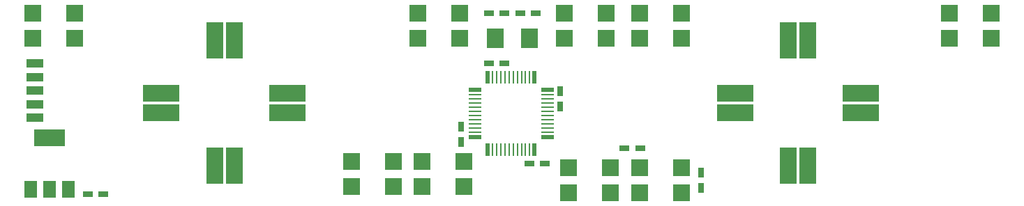
<source format=gtp>
G04 (created by PCBNEW (22-Jun-2014 BZR 4027)-stable) date Thu 28 Jun 2018 06:28:58 PM CST*
%MOIN*%
G04 Gerber Fmt 3.4, Leading zero omitted, Abs format*
%FSLAX34Y34*%
G01*
G70*
G90*
G04 APERTURE LIST*
%ADD10C,0.00393701*%
%ADD11R,0.149606X0.0787402*%
%ADD12R,0.0590551X0.0787402*%
%ADD13R,0.0472441X0.0295276*%
%ADD14R,0.0787402X0.177165*%
%ADD15R,0.177165X0.0787402*%
%ADD16R,0.0787402X0.0944882*%
%ADD17R,0.0295276X0.0472441*%
%ADD18R,0.0787402X0.0787402*%
%ADD19R,0.0787402X0.0393701*%
%ADD20R,0.0110236X0.0590551*%
%ADD21R,0.019685X0.0590551*%
%ADD22R,0.0590551X0.019685*%
%ADD23R,0.0590551X0.0110236*%
G04 APERTURE END LIST*
G54D10*
G54D11*
X113200Y-100559D03*
G54D12*
X113200Y-103040D03*
X114105Y-103040D03*
X112294Y-103040D03*
G54D13*
X140675Y-101050D03*
X141424Y-101050D03*
G54D14*
X121087Y-95894D03*
X122032Y-95894D03*
X149432Y-95894D03*
X148487Y-95894D03*
X149432Y-101894D03*
X148487Y-101894D03*
X121087Y-101894D03*
X122032Y-101894D03*
G54D15*
X151960Y-98421D03*
X151960Y-99366D03*
X124560Y-98421D03*
X124560Y-99366D03*
X118550Y-99372D03*
X118550Y-98427D03*
X145960Y-98421D03*
X145960Y-99366D03*
G54D16*
X134502Y-95794D03*
X136117Y-95794D03*
G54D13*
X136434Y-94594D03*
X135685Y-94594D03*
X134185Y-94594D03*
X134934Y-94594D03*
G54D17*
X144350Y-102225D03*
X144350Y-102974D03*
X132860Y-100768D03*
X132860Y-100019D03*
G54D13*
X134187Y-96986D03*
X134936Y-96986D03*
X136874Y-101800D03*
X136125Y-101800D03*
G54D17*
X137610Y-98321D03*
X137610Y-99070D03*
G54D18*
X141400Y-103200D03*
X141400Y-102000D03*
X143400Y-102000D03*
X143400Y-103200D03*
X112400Y-95800D03*
X112400Y-94600D03*
X114400Y-94600D03*
X114400Y-95800D03*
X156200Y-95800D03*
X156200Y-94600D03*
X158200Y-94600D03*
X158200Y-95800D03*
X131000Y-102900D03*
X131000Y-101700D03*
X133000Y-101700D03*
X133000Y-102900D03*
X138000Y-103200D03*
X138000Y-102000D03*
X140000Y-102000D03*
X140000Y-103200D03*
X139800Y-94600D03*
X139800Y-95800D03*
X137800Y-95800D03*
X137800Y-94600D03*
X143400Y-94600D03*
X143400Y-95800D03*
X141400Y-95800D03*
X141400Y-94600D03*
X132800Y-94600D03*
X132800Y-95800D03*
X130800Y-95800D03*
X130800Y-94600D03*
X127650Y-102900D03*
X127650Y-101700D03*
X129650Y-101700D03*
X129650Y-102900D03*
G54D19*
X112500Y-99600D03*
X112500Y-98950D03*
X112500Y-98300D03*
X112500Y-97650D03*
X112500Y-97000D03*
G54D20*
X135752Y-97651D03*
X135555Y-97651D03*
X135358Y-97651D03*
X135161Y-97651D03*
X134964Y-97651D03*
G54D21*
X136382Y-97651D03*
G54D20*
X136145Y-97651D03*
X135948Y-97651D03*
G54D22*
X133517Y-98271D03*
G54D23*
X133517Y-98508D03*
X133517Y-98705D03*
X133517Y-98901D03*
X133517Y-99098D03*
X133517Y-99295D03*
X133517Y-99492D03*
X133517Y-99689D03*
G54D21*
X134137Y-101136D03*
G54D20*
X134374Y-101136D03*
X134571Y-101136D03*
X134767Y-101136D03*
X134964Y-101136D03*
X135161Y-101136D03*
X135358Y-101136D03*
X135555Y-101136D03*
G54D22*
X137002Y-100516D03*
G54D23*
X137002Y-100279D03*
X137002Y-100082D03*
X137002Y-99886D03*
X137002Y-99689D03*
X137002Y-99492D03*
X137002Y-99295D03*
X137002Y-99098D03*
G54D20*
X134767Y-97651D03*
X134571Y-97651D03*
X134374Y-97651D03*
G54D21*
X134137Y-97651D03*
G54D23*
X133517Y-99886D03*
X133517Y-100082D03*
X133517Y-100279D03*
G54D22*
X133517Y-100516D03*
G54D20*
X135752Y-101136D03*
X135948Y-101136D03*
X136145Y-101136D03*
G54D21*
X136382Y-101136D03*
G54D23*
X137002Y-98901D03*
X137002Y-98705D03*
X137002Y-98508D03*
G54D22*
X137002Y-98271D03*
G54D13*
X115025Y-103250D03*
X115774Y-103250D03*
M02*

</source>
